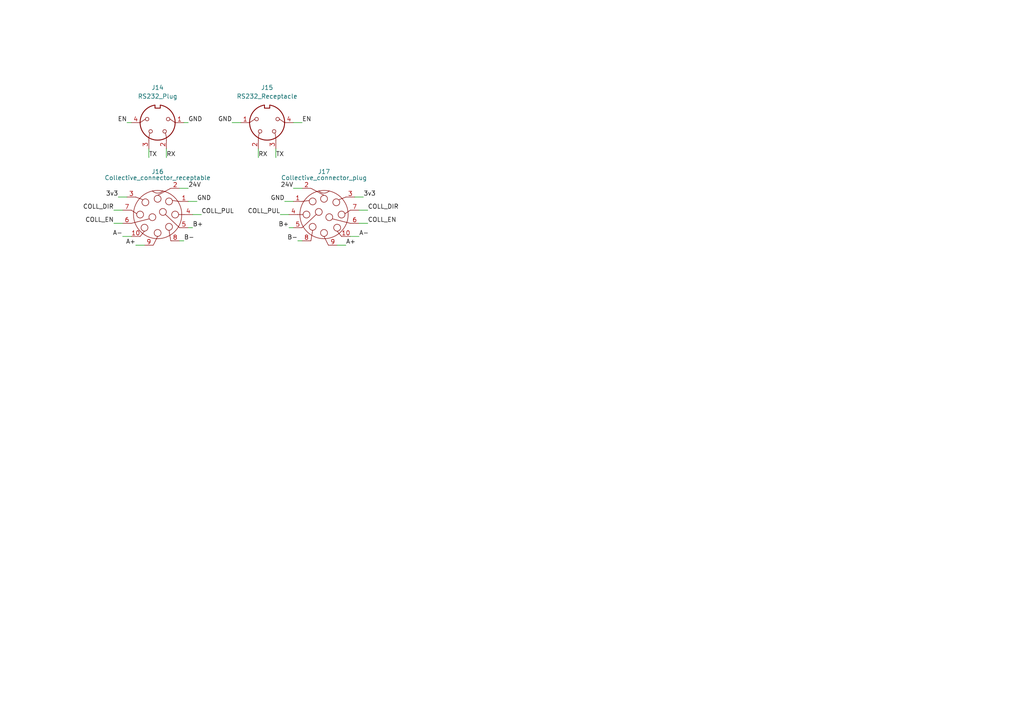
<source format=kicad_sch>
(kicad_sch (version 20250114) (generator "eeschema") (generator_version "9.0")
  (paper "A4")
  (lib_symbols
    (symbol "Connector:DIN-4" (pin_names (offset 1.016))
      (property "Reference" "J" (at 5.334 5.08 0))
      (property "Value" "DIN-4" (at 0 -6.35 0))
      (symbol "DIN-4_0_1"
        (polyline (pts (xy -3.556 -1.016) (xy -5.08 0)))
        (circle (center -3.048 -1.016) (radius 0.508))
        (polyline (pts (xy -2.54 5.08) (xy -2.54 4.318) (xy -2.286 3.048)))
        (circle (center -2.032 2.54) (radius 0.508))
        (polyline (pts (xy -0.762 -4.953) (xy -0.762 -4.191) (xy 0.762 -4.191) (xy 0.762 -4.953)) (stroke (width 0.254)))
        (arc (start 5.08 0) (mid 3.8673 -3.3444) (end 0.762 -5.08) (stroke (width 0.254)))
        (arc (start -5.08 0) (mid 0 5.0579) (end 5.08 0) (stroke (width 0.254)))
        (arc (start -0.762 -5.08) (mid -3.8597 -3.3379) (end -5.08 0) (stroke (width 0.254)))
        (circle (center 2.032 2.54) (radius 0.508))
        (polyline (pts (xy 2.54 5.08) (xy 2.54 4.318) (xy 2.286 3.048)))
        (circle (center 3.048 -1.016) (radius 0.508))
        (polyline (pts (xy 5.08 0) (xy 3.556 -1.016)))
      )
      (symbol "DIN-4_1_1"
        (pin passive line (at -7.62 0 0) (length 2.54) (name "~") (number "1"))
        (pin passive line (at -2.54 7.62 270) (length 2.54) (name "~") (number "2"))
        (pin passive line (at 2.54 7.62 270) (length 2.54) (name "~") (number "3"))
        (pin passive line (at 7.62 0 180) (length 2.54) (name "~") (number "4"))
      )
    )
    (symbol "Custom_symbols:10p_aviation_receptacle"
      (property "Reference" "J" (at 0.254 -10.16 0))
      (symbol "10p_aviation_receptacle_0_1"
        (polyline (pts (xy -7.62 1.27) (xy -6.096 0.254)))
        (polyline (pts (xy -7.62 -2.54) (xy -2.54 -1.27)))
        (polyline (pts (xy -6.35 5.08) (xy -4.318 4.318)))
        (circle (center -5.08 0) (radius 1))
        (polyline (pts (xy -5.08 -6.35) (xy -3.81 -4.826)))
        (circle (center -3.81 -3.81) (radius 1))
        (circle (center -3.556 3.556) (radius 1))
        (circle (center -1.524 -0.762) (radius 1))
        (arc (start 1.524 6.858) (mid 0 6.2267) (end -1.524 6.858))
        (circle (center 0 4.572) (radius 1))
        (circle (center 0 0) (radius 7))
        (circle (center 0 -5.334) (radius 1))
        (polyline (pts (xy 0 -6.35) (xy -1.27 -8.89)))
        (circle (center 1.524 0.762) (radius 1))
        (polyline (pts (xy 2.286 0) (xy 6.35 -3.81)))
        (circle (center 3.302 3.81) (radius 1))
        (circle (center 3.302 -3.556) (radius 1))
        (polyline (pts (xy 3.81 7.62) (xy 0 5.588)))
        (polyline (pts (xy 3.81 -7.62) (xy 3.302 -4.572)))
        (circle (center 5.08 0) (radius 1))
        (polyline (pts (xy 6.096 0) (xy 7.62 0)))
        (polyline (pts (xy 6.35 3.81) (xy 4.318 4.064)))
      )
      (symbol "10p_aviation_receptacle_1_1"
        (pin passive line (at -10.16 1.27 0) (length 2.54) (name "") (number "7"))
        (pin passive line (at -10.16 -2.54 0) (length 2.54) (name "") (number "6"))
        (pin passive line (at -8.89 5.08 0) (length 2.54) (name "") (number "3"))
        (pin passive line (at -7.62 -6.35 0) (length 2.54) (name "") (number "10"))
        (pin passive line (at -3.81 -8.89 0) (length 2.54) (name "") (number "9"))
        (pin passive line (at 6.35 7.62 180) (length 2.54) (name "") (number "2"))
        (pin passive line (at 6.35 -7.62 180) (length 2.54) (name "") (number "8"))
        (pin passive line (at 8.89 3.81 180) (length 2.54) (name "") (number "1"))
        (pin passive line (at 8.89 -3.81 180) (length 2.54) (name "") (number "5"))
        (pin passive line (at 10.16 0 180) (length 2.54) (name "") (number "4"))
      )
    )
    (symbol "DIN-4_1" (pin_names (offset 1.016))
      (property "Reference" "J15" (at 0 -7.62 0))
      (property "Value" "DIN-4" (at 0 -10.16 0))
      (symbol "DIN-4_1_0_1"
        (polyline (pts (xy -5.08 0) (xy -3.556 -1.016)))
        (circle (center -3.048 -1.016) (radius 0.508))
        (polyline (pts (xy -2.54 5.08) (xy -2.54 4.318) (xy -2.286 3.048)))
        (circle (center -2.032 2.54) (radius 0.508))
        (arc (start 5.08 0) (mid 3.8597 -3.3379) (end 0.762 -5.08) (stroke (width 0.254)))
        (arc (start -5.08 0) (mid 0 5.0579) (end 5.08 0) (stroke (width 0.254)))
        (arc (start -0.762 -5.08) (mid -3.8673 -3.3444) (end -5.08 0) (stroke (width 0.254)))
        (polyline (pts (xy 0.762 -4.953) (xy 0.762 -4.191) (xy -0.762 -4.191) (xy -0.762 -4.953)) (stroke (width 0.254)))
        (circle (center 2.032 2.54) (radius 0.508))
        (polyline (pts (xy 2.54 5.08) (xy 2.54 4.318) (xy 2.286 3.048)))
        (circle (center 3.048 -1.016) (radius 0.508))
        (polyline (pts (xy 3.556 -1.016) (xy 5.08 0)))
      )
      (symbol "DIN-4_1_1_1"
        (pin passive line (at -7.62 0 0) (length 2.54) (name "~") (number "4"))
        (pin passive line (at -2.54 7.62 270) (length 2.54) (name "~") (number "3"))
        (pin passive line (at 2.54 7.62 270) (length 2.54) (name "~") (number "2"))
        (pin passive line (at 7.62 0 180) (length 2.54) (name "~") (number "1"))
      )
    )
  )
  (wire (pts (xy 67.31 35.56) (xy 69.85 35.56)))
  (wire (pts (xy 48.26 43.18) (xy 48.26 45.72)))
  (wire (pts (xy 39.37 71.12) (xy 41.91 71.12)))
  (wire (pts (xy 85.09 58.42) (xy 82.55 58.42)))
  (wire (pts (xy 100.33 71.12) (xy 97.79 71.12)))
  (wire (pts (xy 43.18 43.18) (xy 43.18 45.72)))
  (wire (pts (xy 33.02 60.96) (xy 35.56 60.96)))
  (wire (pts (xy 54.61 66.04) (xy 55.88 66.04)))
  (wire (pts (xy 55.88 62.23) (xy 58.42 62.23)))
  (wire (pts (xy 52.07 54.61) (xy 54.61 54.61)))
  (wire (pts (xy 54.61 58.42) (xy 57.15 58.42)))
  (wire (pts (xy 52.07 69.85) (xy 53.34 69.85)))
  (wire (pts (xy 35.56 68.58) (xy 38.1 68.58)))
  (wire (pts (xy 85.09 35.56) (xy 87.63 35.56)))
  (wire (pts (xy 34.29 57.15) (xy 36.83 57.15)))
  (wire (pts (xy 54.61 35.56) (xy 53.34 35.56)))
  (wire (pts (xy 83.82 62.23) (xy 81.28 62.23)))
  (wire (pts (xy 105.41 57.15) (xy 102.87 57.15)))
  (wire (pts (xy 33.02 64.77) (xy 35.56 64.77)))
  (wire (pts (xy 104.14 68.58) (xy 101.6 68.58)))
  (wire (pts (xy 106.68 64.77) (xy 104.14 64.77)))
  (wire (pts (xy 36.83 35.56) (xy 38.1 35.56)))
  (wire (pts (xy 74.93 43.18) (xy 74.93 45.72)))
  (wire (pts (xy 85.09 66.04) (xy 83.82 66.04)))
  (wire (pts (xy 87.63 54.61) (xy 85.09 54.61)))
  (wire (pts (xy 87.63 69.85) (xy 86.36 69.85)))
  (wire (pts (xy 106.68 60.96) (xy 104.14 60.96)))
  (wire (pts (xy 80.01 43.18) (xy 80.01 45.72)))
  (label "EN" (at 87.63 35.56 0))
  (label "A-" (at 104.14 68.58 0))
  (label "COLL_DIR" (at 33.02 60.96 180))
  (label "TX" (at 43.18 45.72 0))
  (label "B+" (at 55.88 66.04 0))
  (label "GND" (at 82.55 58.42 180))
  (label "A+" (at 39.37 71.12 180))
  (label "COLL_EN" (at 33.02 64.77 180))
  (label "RX" (at 74.93 45.72 0))
  (label "24V" (at 85.09 54.61 180))
  (label "A+" (at 100.33 71.12 0))
  (label "RX" (at 48.26 45.72 0))
  (label "3v3" (at 105.41 57.15 0))
  (label "EN" (at 36.83 35.56 180))
  (label "3v3" (at 34.29 57.15 180))
  (label "24V" (at 54.61 54.61 0))
  (label "B+" (at 83.82 66.04 180))
  (label "A-" (at 35.56 68.58 180))
  (label "GND" (at 57.15 58.42 0))
  (label "COLL_DIR" (at 106.68 60.96 0))
  (label "B-" (at 53.34 69.85 0))
  (label "COLL_PUL" (at 81.28 62.23 180))
  (label "COLL_PUL" (at 58.42 62.23 0))
  (label "GND" (at 67.31 35.56 180))
  (label "TX" (at 80.01 45.72 0))
  (label "GND" (at 54.61 35.56 0))
  (label "B-" (at 86.36 69.85 180))
  (label "COLL_EN" (at 106.68 64.77 0))
  (symbol (lib_id "Custom_symbols:10p_aviation_receptacle") (at 45.72 62.23 0) (unit 1)
    (property "Reference" "J16" (at 45.72 49.784 0))
    (property "Value" "Collective_connector_receptable" (at 45.72 51.562 0))
  )
  (symbol (lib_id "Custom_symbols:10p_aviation_receptacle") (at 93.98 62.23 0) (mirror y) (unit 1)
    (property "Reference" "J17" (at 93.98 49.784 0))
    (property "Value" "Collective_connector_plug" (at 93.98 51.562 0))
  )
  (symbol (lib_id "Connector:DIN-4") (at 45.72 35.56 180) (unit 1)
    (property "Reference" "J14" (at 45.7199 25.4 0))
    (property "Value" "RS232_Plug" (at 45.7199 27.94 0))
    (property "Datasheet" "http://www.mouser.com/ds/2/18/40_c091_abd_e-75918.pdf" (effects (hide yes)))
    (property "Description" "4-pin DIN connector" (effects (hide yes)))
  )
  (symbol (lib_name "DIN-4_1") (lib_id "Connector:DIN-4") (at 77.47 35.56 180) (unit 1)
    (property "Reference" "J15" (at 77.4701 25.4 0))
    (property "Value" "RS232_Receptacle" (at 77.4701 27.94 0))
    (property "Datasheet" "http://www.mouser.com/ds/2/18/40_c091_abd_e-75918.pdf" (effects (hide yes)))
    (property "Description" "4-pin DIN connector" (effects (hide yes)))
  )
)
</source>
